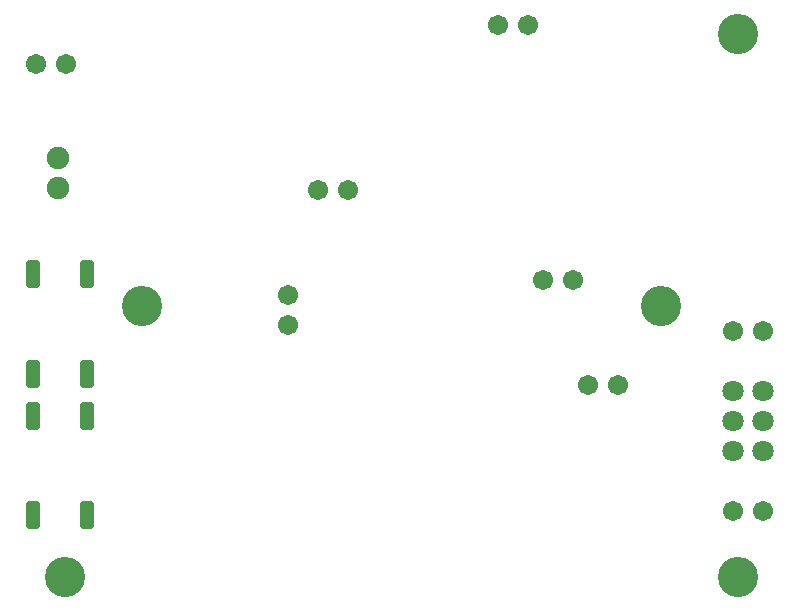
<source format=gbr>
%TF.GenerationSoftware,Altium Limited,Altium Designer,20.1.8 (145)*%
G04 Layer_Color=16711833*
%FSLAX45Y45*%
%MOMM*%
%TF.SameCoordinates,5C14931A-3E48-49F5-90A4-00D45644C4A5*%
%TF.FilePolarity,Negative*%
%TF.FileFunction,Soldermask,Bot*%
%TF.Part,Single*%
G01*
G75*
%TA.AperFunction,SMDPad,CuDef*%
G04:AMPARAMS|DCode=43|XSize=2.3032mm|YSize=1.2032mm|CornerRadius=0.1516mm|HoleSize=0mm|Usage=FLASHONLY|Rotation=90.000|XOffset=0mm|YOffset=0mm|HoleType=Round|Shape=RoundedRectangle|*
%AMROUNDEDRECTD43*
21,1,2.30320,0.90000,0,0,90.0*
21,1,2.00000,1.20320,0,0,90.0*
1,1,0.30320,0.45000,1.00000*
1,1,0.30320,0.45000,-1.00000*
1,1,0.30320,-0.45000,-1.00000*
1,1,0.30320,-0.45000,1.00000*
%
%ADD43ROUNDEDRECTD43*%
%TA.AperFunction,ComponentPad*%
%ADD44C,1.80320*%
%ADD45C,1.70320*%
%ADD46C,1.90320*%
%TA.AperFunction,WasherPad*%
%ADD47C,3.40320*%
D43*
X135073Y2965239D02*
D03*
Y2125240D02*
D03*
X585074Y2965239D02*
D03*
Y2125240D02*
D03*
Y928740D02*
D03*
Y1768740D02*
D03*
X135073Y928740D02*
D03*
Y1768740D02*
D03*
D44*
X6310501Y1471925D02*
D03*
Y1725925D02*
D03*
Y1979925D02*
D03*
X6056501D02*
D03*
Y1725925D02*
D03*
Y1471925D02*
D03*
D45*
X2794000Y3683000D02*
D03*
X2540000D02*
D03*
X6056487Y963925D02*
D03*
X6310487D02*
D03*
X6056487Y2487925D02*
D03*
X6310487D02*
D03*
X406400Y4749800D02*
D03*
X152400D02*
D03*
X4064000Y5080000D02*
D03*
X4318000D02*
D03*
X4826000Y2032000D02*
D03*
X5080000D02*
D03*
X2286000Y2794000D02*
D03*
Y2540000D02*
D03*
X4445000Y2921000D02*
D03*
X4699000D02*
D03*
D46*
X343154Y3947869D02*
D03*
Y3693870D02*
D03*
D47*
X5450000Y2700000D02*
D03*
X1050000D02*
D03*
X6100000Y5000000D02*
D03*
Y400000D02*
D03*
X400000D02*
D03*
%TF.MD5,28d4db5f208fb8b672075c96821a3cf1*%
M02*

</source>
